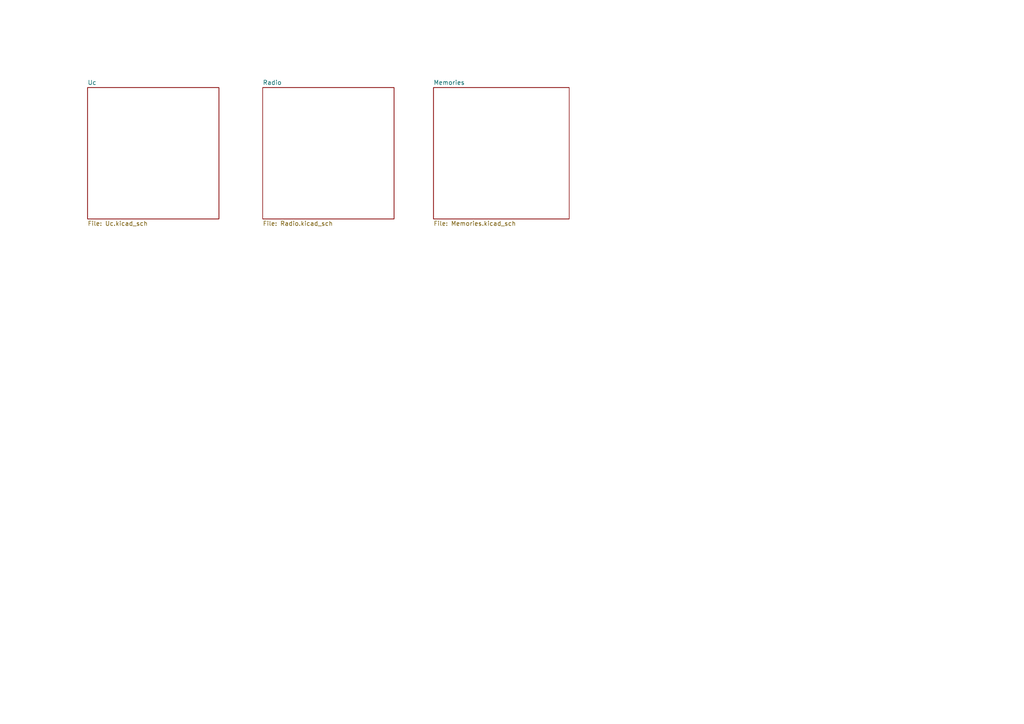
<source format=kicad_sch>
(kicad_sch
	(version 20231120)
	(generator "eeschema")
	(generator_version "8.0")
	(uuid "443b15b0-8f9f-4170-97a6-78728fc6f57b")
	(paper "A4")
	(lib_symbols)
	(sheet
		(at 125.73 25.4)
		(size 39.37 38.1)
		(fields_autoplaced yes)
		(stroke
			(width 0.1524)
			(type solid)
		)
		(fill
			(color 0 0 0 0.0000)
		)
		(uuid "357d130c-241d-4cba-be92-ea905a3bfe63")
		(property "Sheetname" "Memories"
			(at 125.73 24.6884 0)
			(effects
				(font
					(size 1.27 1.27)
				)
				(justify left bottom)
			)
		)
		(property "Sheetfile" "Memories.kicad_sch"
			(at 125.73 64.0846 0)
			(effects
				(font
					(size 1.27 1.27)
				)
				(justify left top)
			)
		)
		(instances
			(project "C8W1B1V1.0"
				(path "/443b15b0-8f9f-4170-97a6-78728fc6f57b"
					(page "4")
				)
			)
		)
	)
	(sheet
		(at 25.4 25.4)
		(size 38.1 38.1)
		(fields_autoplaced yes)
		(stroke
			(width 0.1524)
			(type solid)
		)
		(fill
			(color 0 0 0 0.0000)
		)
		(uuid "3831ee51-acd2-4481-955b-f1f0ba81141f")
		(property "Sheetname" "Uc"
			(at 25.4 24.6884 0)
			(effects
				(font
					(size 1.27 1.27)
				)
				(justify left bottom)
			)
		)
		(property "Sheetfile" "Uc.kicad_sch"
			(at 25.4 64.0846 0)
			(effects
				(font
					(size 1.27 1.27)
				)
				(justify left top)
			)
		)
		(instances
			(project "C8W1B1V1.0"
				(path "/443b15b0-8f9f-4170-97a6-78728fc6f57b"
					(page "2")
				)
			)
		)
	)
	(sheet
		(at 76.2 25.4)
		(size 38.1 38.1)
		(fields_autoplaced yes)
		(stroke
			(width 0.1524)
			(type solid)
		)
		(fill
			(color 0 0 0 0.0000)
		)
		(uuid "5fd19268-146d-40d7-98e8-5c081b324438")
		(property "Sheetname" "Radio"
			(at 76.2 24.6884 0)
			(effects
				(font
					(size 1.27 1.27)
				)
				(justify left bottom)
			)
		)
		(property "Sheetfile" "Radio.kicad_sch"
			(at 76.2 64.0846 0)
			(effects
				(font
					(size 1.27 1.27)
				)
				(justify left top)
			)
		)
		(instances
			(project "C8W1B1V1.0"
				(path "/443b15b0-8f9f-4170-97a6-78728fc6f57b"
					(page "3")
				)
			)
		)
	)
	(sheet_instances
		(path "/"
			(page "1")
		)
	)
)

</source>
